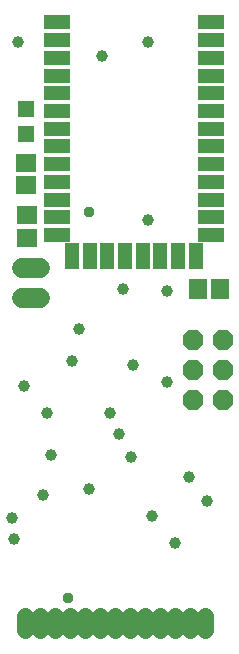
<source format=gbs>
G75*
%MOIN*%
%OFA0B0*%
%FSLAX25Y25*%
%IPPOS*%
%LPD*%
%AMOC8*
5,1,8,0,0,1.08239X$1,22.5*
%
%ADD10OC8,0.06800*%
%ADD11C,0.05556*%
%ADD12C,0.06800*%
%ADD13R,0.08674X0.04737*%
%ADD14R,0.04737X0.08674*%
%ADD15R,0.05918X0.06706*%
%ADD16R,0.06706X0.05918*%
%ADD17R,0.05524X0.05524*%
%ADD18C,0.03700*%
%ADD19C,0.03900*%
D10*
X0084350Y0100406D03*
X0084350Y0110406D03*
X0084350Y0120406D03*
X0094350Y0120406D03*
X0094350Y0110406D03*
X0094350Y0100406D03*
D11*
X0088559Y0028471D02*
X0088559Y0023715D01*
X0083559Y0023715D02*
X0083559Y0028471D01*
X0078559Y0028471D02*
X0078559Y0023715D01*
X0073559Y0023715D02*
X0073559Y0028471D01*
X0068559Y0028471D02*
X0068559Y0023715D01*
X0063559Y0023715D02*
X0063559Y0028471D01*
X0058559Y0028471D02*
X0058559Y0023715D01*
X0053559Y0023715D02*
X0053559Y0028471D01*
X0048559Y0028471D02*
X0048559Y0023715D01*
X0043559Y0023715D02*
X0043559Y0028471D01*
X0038559Y0028471D02*
X0038559Y0023715D01*
X0033559Y0023715D02*
X0033559Y0028471D01*
X0028559Y0028471D02*
X0028559Y0023715D01*
D12*
X0027439Y0134479D02*
X0033439Y0134479D01*
X0033439Y0144479D02*
X0027439Y0144479D01*
D13*
X0039042Y0155391D03*
X0039042Y0161297D03*
X0039042Y0167202D03*
X0039042Y0173108D03*
X0039042Y0179013D03*
X0039042Y0184919D03*
X0039042Y0190824D03*
X0039042Y0196730D03*
X0039042Y0202635D03*
X0039042Y0208541D03*
X0039042Y0214446D03*
X0039042Y0220352D03*
X0039042Y0226257D03*
X0090448Y0226257D03*
X0090448Y0220352D03*
X0090448Y0214446D03*
X0090448Y0208541D03*
X0090448Y0202635D03*
X0090448Y0196730D03*
X0090448Y0190824D03*
X0090448Y0184919D03*
X0090448Y0179013D03*
X0090448Y0173108D03*
X0090448Y0167202D03*
X0090448Y0161297D03*
X0090448Y0155391D03*
D14*
X0085448Y0148344D03*
X0079542Y0148344D03*
X0073637Y0148344D03*
X0067731Y0148344D03*
X0061826Y0148344D03*
X0055920Y0148344D03*
X0050015Y0148344D03*
X0044161Y0148344D03*
D15*
X0086054Y0137365D03*
X0093535Y0137365D03*
D16*
X0028979Y0154540D03*
X0028979Y0162020D03*
X0028909Y0172040D03*
X0028909Y0179520D03*
D17*
X0028894Y0189146D03*
X0028894Y0197414D03*
D18*
X0049894Y0163080D03*
X0042794Y0034380D03*
D19*
X0024694Y0053980D03*
X0023994Y0060980D03*
X0034494Y0068680D03*
X0037294Y0081980D03*
X0035894Y0095980D03*
X0028194Y0105080D03*
X0044294Y0113480D03*
X0046394Y0123980D03*
X0056894Y0095980D03*
X0059694Y0088980D03*
X0063894Y0081280D03*
X0070894Y0061680D03*
X0078594Y0052580D03*
X0089094Y0066580D03*
X0083294Y0074580D03*
X0075794Y0106480D03*
X0064594Y0112080D03*
X0061094Y0137280D03*
X0069494Y0160380D03*
X0075794Y0136580D03*
X0049894Y0070780D03*
X0054094Y0214980D03*
X0069494Y0219880D03*
X0026094Y0219880D03*
M02*

</source>
